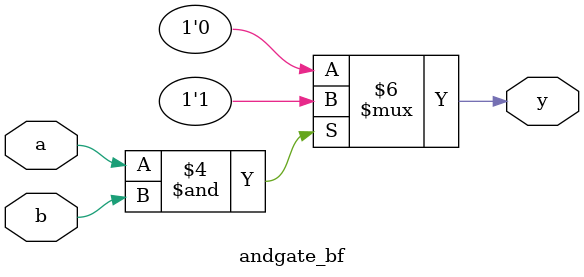
<source format=v>
`timescale 1ns / 1ps

module andgate_bf(y,a,b); 
output y; 
input a,b; 
reg y; 
always@(a,b) 
begin 
if(a==1'b1 & b==1'b1) 
y=1; 
else 
y=0; 
end 
endmodule 


</source>
